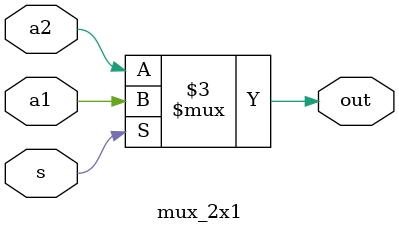
<source format=sv>
`timescale 1ns / 1ps


module mux_2x1(
  input wire s,
  input wire a1,
  input wire a2,
  output reg out
    );

    always_comb begin
      if (s)

        out=a1;

      else

        out=a2;

    end

endmodule

</source>
